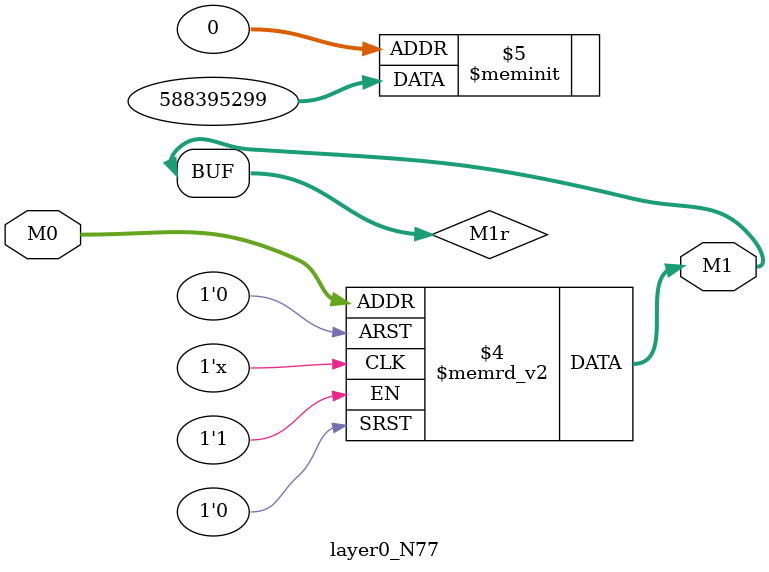
<source format=v>
module layer0_N77 ( input [3:0] M0, output [1:0] M1 );

	(*rom_style = "distributed" *) reg [1:0] M1r;
	assign M1 = M1r;
	always @ (M0) begin
		case (M0)
			4'b0000: M1r = 2'b11;
			4'b1000: M1r = 2'b10;
			4'b0100: M1r = 2'b11;
			4'b1100: M1r = 2'b11;
			4'b0010: M1r = 2'b10;
			4'b1010: M1r = 2'b01;
			4'b0110: M1r = 2'b11;
			4'b1110: M1r = 2'b10;
			4'b0001: M1r = 2'b00;
			4'b1001: M1r = 2'b00;
			4'b0101: M1r = 2'b00;
			4'b1101: M1r = 2'b00;
			4'b0011: M1r = 2'b00;
			4'b1011: M1r = 2'b00;
			4'b0111: M1r = 2'b00;
			4'b1111: M1r = 2'b00;

		endcase
	end
endmodule

</source>
